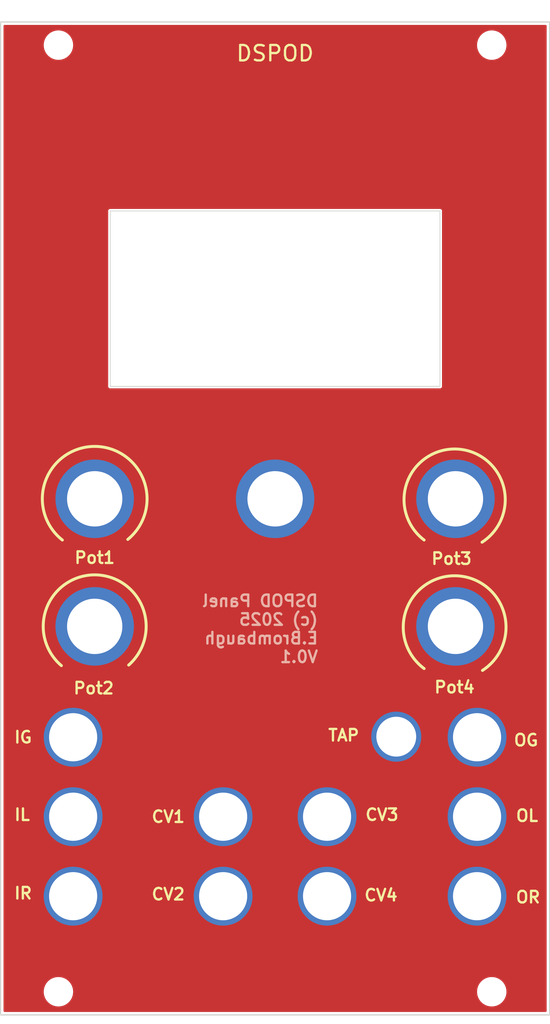
<source format=kicad_pcb>
(kicad_pcb (version 20241229) (generator "pcbnew") (generator_version "9.0")
  (layers (0 "F.Cu" signal) (2 "B.Cu" signal) (13 "F.Paste" user) (15 "B.Paste" user) (5 "F.SilkS" user "F.Silkscreen") (7 "B.SilkS" user "B.Silkscreen") (1 "F.Mask" user) (3 "B.Mask" user) (25 "Edge.Cuts" user))
  (net 0 "")
  (net 1 "GND")
  (footprint "EMEB:Mount_Hole_Euro_Rack" (layer "F.Cu") (at 163.957 37.0332)
    (property "Reference" "H2" (at 0 0.5 0) (layer "F.SilkS"))
    (property "Value" "Euro mount")
    (pad "" np_thru_hole circle (at 0 0) (size 3.2 3.2) (drill 3.2) (layers "*.Cu" "*.Mask") (clearance 0.3))
  )
  (footprint "EMEB:Mount_Hole_Thonk" (layer "F.Cu") (at 129.159 147.193)
    (property "Reference" "H7" (at 0 0.5 0) (layer "F.SilkS"))
    (property "Value" "Thonk mount")
    (pad "1" thru_hole circle (at 0 0) (size 7.62 7.62) (drill 6.233) (layers "*.Cu" "*.Mask") (net 1 "GND"))
  )
  (footprint "EMEB:Mount_Hole_Thonk" (layer "F.Cu") (at 129.159 136.906)
    (property "Reference" "H8" (at 0 0.5 0) (layer "F.SilkS"))
    (property "Value" "Thonk mount")
    (pad "1" thru_hole circle (at 0 0) (size 7.62 7.62) (drill 6.233) (layers "*.Cu" "*.Mask") (net 1 "GND"))
  )
  (footprint "EMEB:Mount_Hole_Thonk" (layer "F.Cu") (at 109.728 136.906)
    (property "Reference" "H5" (at 0 0.5 0) (layer "F.SilkS"))
    (property "Value" "Thonk mount")
    (pad "1" thru_hole circle (at 0 0) (size 7.62 7.62) (drill 6.233) (layers "*.Cu" "*.Mask") (net 1 "GND"))
  )
  (footprint "EMEB:Mount_Hole_Euro_Rack" (layer "F.Cu") (at 163.957 159.5628)
    (property "Reference" "H4" (at 0 0.5 0) (layer "F.SilkS"))
    (property "Value" "Euro mount")
    (pad "" np_thru_hole circle (at 0 0) (size 3.2 3.2) (drill 3.2) (layers "*.Cu" "*.Mask") (clearance 0.3))
  )
  (footprint "EMEB:Mount_Hole_Thonk" (layer "F.Cu") (at 109.728 147.193)
    (property "Reference" "H6" (at 0 0.5 0) (layer "F.SilkS"))
    (property "Value" "Thonk mount")
    (pad "1" thru_hole circle (at 0 0) (size 7.62 7.62) (drill 6.233) (layers "*.Cu" "*.Mask") (net 1 "GND"))
  )
  (footprint "EMEB:Mount_Hole_TT_Pot" (layer "F.Cu") (at 159.258 95.758)
    (property "Reference" "H13" (hide yes))
    (property "Value" "TT Pot mount")
    (pad "1" thru_hole circle (at 0 0) (size 10.163 10.163) (drill 7.163) (layers "*.Cu" "*.Mask") (net 1 "GND"))
  )
  (footprint "EMEB:Mount_Hole_Toggle_Submini" (layer "F.Cu") (at 151.5872 126.6444)
    (property "Reference" "H20" (hide yes))
    (property "Value" "6mm push mount")
    (pad "1" thru_hole circle (at 0 -0.1) (size 6.477 6.477) (drill 5.156) (layers "*.Cu" "*.Mask") (net 1 "GND"))
  )
  (footprint "EMEB:Mount_Hole_Thonk" (layer "F.Cu") (at 162.052 126.619)
    (property "Reference" "H18" (at 0 0.5 0) (layer "F.SilkS"))
    (property "Value" "Thonk mount")
    (pad "1" thru_hole circle (at 0 0) (size 7.62 7.62) (drill 6.233) (layers "*.Cu" "*.Mask") (net 1 "GND"))
  )
  (footprint "EMEB:Mount_Hole_Thonk" (layer "F.Cu") (at 162.052 147.193)
    (property "Reference" "H15" (at 0 0.5 0) (layer "F.SilkS"))
    (property "Value" "Thonk mount")
    (pad "1" thru_hole circle (at 0 0) (size 7.62 7.62) (drill 6.233) (layers "*.Cu" "*.Mask") (net 1 "GND"))
  )
  (footprint "EMEB:Mount_Hole_Thonk" (layer "F.Cu") (at 162.052 136.906)
    (property "Reference" "H16" (at 0 0.5 0) (layer "F.SilkS"))
    (property "Value" "Thonk mount")
    (pad "1" thru_hole circle (at 0 0) (size 7.62 7.62) (drill 6.233) (layers "*.Cu" "*.Mask") (net 1 "GND"))
  )
  (footprint "EMEB:Mount_Hole_Euro_Rack" (layer "F.Cu") (at 107.823 159.5628)
    (property "Reference" "H3" (at 0 0.5 0) (layer "F.SilkS"))
    (property "Value" "Euro mount")
    (pad "" np_thru_hole circle (at 0 0) (size 3.2 3.2) (drill 3.2) (layers "*.Cu" "*.Mask") (clearance 0.3))
  )
  (footprint "EMEB:Mount_Hole_Thonk" (layer "F.Cu") (at 109.728 126.619)
    (property "Reference" "H17" (at 0 0.5 0) (layer "F.SilkS"))
    (property "Value" "Thonk mount")
    (pad "1" thru_hole circle (at 0 0) (size 7.62 7.62) (drill 6.233) (layers "*.Cu" "*.Mask") (net 1 "GND"))
  )
  (footprint "EMEB:Mount_Hole_TT_Pot" (layer "F.Cu") (at 112.522 95.758)
    (property "Reference" "H10" (hide yes))
    (property "Value" "TT Pot mount")
    (pad "1" thru_hole circle (at 0 0) (size 10.163 10.163) (drill 7.163) (layers "*.Cu" "*.Mask") (net 1 "GND"))
  )
  (footprint "EMEB:Mount_Hole_Euro_Rack" (layer "F.Cu") (at 107.823 37.0332)
    (property "Reference" "H1" (at 0 0.5 0) (layer "F.SilkS"))
    (property "Value" "Euro mount")
    (pad "" np_thru_hole circle (at 0 0) (size 3.2 3.2) (drill 3.2) (layers "*.Cu" "*.Mask") (clearance 0.3))
  )
  (footprint "EMEB:Mount_Hole_Thonk" (layer "F.Cu") (at 142.621 147.193)
    (property "Reference" "H14" (at 0 0.5 0) (layer "F.SilkS"))
    (property "Value" "Thonk mount")
    (pad "1" thru_hole circle (at 0 0) (size 7.62 7.62) (drill 6.233) (layers "*.Cu" "*.Mask") (net 1 "GND"))
  )
  (footprint "EMEB:Mount_Hole_TT_Pot" (layer "F.Cu") (at 112.522 112.268)
    (property "Reference" "H11" (hide yes))
    (property "Value" "TT Pot mount")
    (pad "1" thru_hole circle (at 0 0) (size 10.163 10.163) (drill 7.163) (layers "*.Cu" "*.Mask") (net 1 "GND"))
  )
  (footprint "EMEB:Mount_Hole_TT_Pot" (layer "F.Cu") (at 159.258 112.268)
    (property "Reference" "H12" (hide yes))
    (property "Value" "TT Pot mount")
    (pad "1" thru_hole circle (at 0 0) (size 10.163 10.163) (drill 7.163) (layers "*.Cu" "*.Mask") (net 1 "GND"))
  )
  (footprint "EMEB:Mount_Hole_TT_Pot" (layer "F.Cu") (at 135.89 95.758)
    (property "Reference" "H19" (hide yes))
    (property "Value" "TT Pot mount")
    (pad "1" thru_hole circle (at 0 0) (size 10.163 10.163) (drill 7.163) (layers "*.Cu" "*.Mask") (net 1 "GND"))
  )
  (footprint "EMEB:Mount_Hole_Thonk" (layer "F.Cu") (at 142.621 136.906)
    (property "Reference" "H9" (at 0 0.5 0) (layer "F.SilkS"))
    (property "Value" "Thonk mount")
    (pad "1" thru_hole circle (at 0 0) (size 7.62 7.62) (drill 6.233) (layers "*.Cu" "*.Mask") (net 1 "GND"))
  )
  (gr_arc (start 108.331 101.092) (mid 112.459607 88.974775) (end 116.810409 101.014005) (stroke (width 0.381)) (layer "F.SilkS"))
  (gr_arc (start 155.194 117.729) (mid 159.361102 105.721318) (end 162.754074 117.970273) (stroke (width 0.381)) (layer "F.SilkS"))
  (gr_arc (start 108.204 117.348) (mid 112.466825 105.601031) (end 116.923486 117.275839) (stroke (width 0.381)) (layer "F.SilkS"))
  (gr_arc (start 155.194 101.092) (mid 159.395563 89.314301) (end 162.698977 101.374765) (stroke (width 0.381)) (layer "F.SilkS"))
  (gr_line (start 171.45 162.56) (end 171.45 34.036) (stroke (width 0.15)) (layer "Edge.Cuts"))
  (gr_line (start 171.45 34.036) (end 100.33 34.036) (stroke (width 0.15)) (layer "Edge.Cuts"))
  (gr_line (start 100.33 162.56) (end 171.45 162.56) (stroke (width 0.15)) (layer "Edge.Cuts"))
  (gr_rect (start 114.5286 58.4962) (end 157.2514 81.2038) (stroke (width 0.1)) (fill no) (layer "Edge.Cuts"))
  (gr_line (start 100.33 34.036) (end 100.33 162.56) (stroke (width 0.15)) (layer "Edge.Cuts"))
  (gr_text "CV2" (at 122.047 146.939 0) (layer "F.SilkS") (effects (font (size 1.5 1.5) (thickness 0.3) (bold yes))))
  (gr_text "DSPOD" (at 135.89 38.1 0) (layer "F.SilkS") (effects (font (size 2 2) (thickness 0.3))))
  (gr_text "IG" (at 103.251 126.619 0) (layer "F.SilkS") (effects (font (size 1.5 1.5) (thickness 0.3) (bold yes))))
  (gr_text "CV1" (at 122.047 136.906 0) (layer "F.SilkS") (effects (font (size 1.5 1.5) (thickness 0.3) (bold yes))))
  (gr_text "OG" (at 168.402 127 0) (layer "F.SilkS") (effects (font (size 1.5 1.5) (thickness 0.3) (bold yes))))
  (gr_text "CV4" (at 149.606 147.066 0) (layer "F.SilkS") (effects (font (size 1.5 1.5) (thickness 0.3) (bold yes))))
  (gr_text "Pot1" (at 112.522 103.378 0) (layer "F.SilkS") (effects (font (size 1.5 1.5) (thickness 0.3) (bold yes))))
  (gr_text "IL" (at 103.124 136.652 0) (layer "F.SilkS") (effects (font (size 1.5 1.5) (thickness 0.3) (bold yes))))
  (gr_text "Pot2" (at 112.395 120.269 0) (layer "F.SilkS") (effects (font (size 1.5 1.5) (thickness 0.3) (bold yes))))
  (gr_text "Pot4" (at 159.131 120.142 0) (layer "F.SilkS") (effects (font (size 1.5 1.5) (thickness 0.3) (bold yes))))
  (gr_text "TAP" (at 144.78 126.365 0) (layer "F.SilkS") (effects (font (size 1.5 1.5) (thickness 0.3) (bold yes))))
  (gr_text "IR" (at 103.251 146.812 0) (layer "F.SilkS") (effects (font (size 1.5 1.5) (thickness 0.3) (bold yes))))
  (gr_text "OL" (at 168.529 136.779 0) (layer "F.SilkS") (effects (font (size 1.5 1.5) (thickness 0.3) (bold yes))))
  (gr_text "Pot3" (at 158.75 103.505 0) (layer "F.SilkS") (effects (font (size 1.5 1.5) (thickness 0.3) (bold yes))))
  (gr_text "CV3" (at 149.733 136.652 0) (layer "F.SilkS") (effects (font (size 1.5 1.5) (thickness 0.3) (bold yes))))
  (gr_text "OR" (at 168.656 147.32 0) (layer "F.SilkS") (effects (font (size 1.5 1.5) (thickness 0.3) (bold yes))))
  (gr_text "DSPOD Panel\n(c) 2025\nE.Brombaugh\nV0.1" (at 141.605 117.094 0) (layer "B.SilkS") (effects (font (size 1.5 1.5) (thickness 0.3) (bold yes)) (justify left bottom mirror)))
  (zone (net 1) (net_name "GND") (layer "F.Cu") (connect_pads yes (clearance 0.254)) (min_thickness 0.254) (fill yes (thermal_gap 0.508) (thermal_bridge_width 0.508))
    (polygon (pts (xy 171.069 162.179) (xy 100.711 162.179) (xy 100.711 34.417) (xy 171.069 34.417)))
  )
)
</source>
